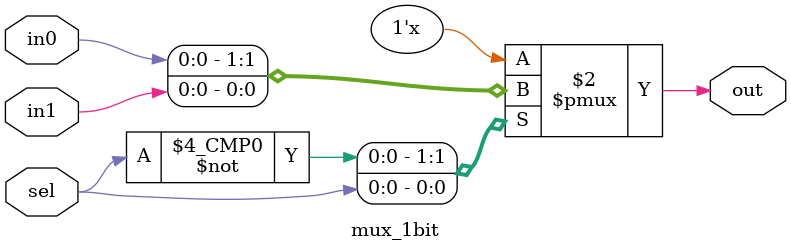
<source format=sv>
`timescale 1ns / 1ps
`include "cpu.svh"

module mux
    #(parameter N = 2)  // Data width (default 2 bits for backward compatibility)
    (
        input logic [1:0] sel,      // 2-bit select signal (00, 01, 10, 11)
        input logic [N-1:0] in0,     // Input 0 (selected when sel = 00)
        input logic [N-1:0] in1,     // Input 1 (selected when sel = 01)
        input logic [N-1:0] in2,     // Input 2 (selected when sel = 10)
        input logic [N-1:0] in3,     // Input 3 (selected when sel = 11)
        output logic [N-1:0] out     // Selected output
    );

    always_comb begin
        case (sel)
            2'b00: out = in0;
            2'b01: out = in1;
            2'b10: out = in2;
            2'b11: out = in3;
            default: out = '0; // Default case (shouldn't happen)
        endcase
    end

endmodule

// 2-to-1 multiplexer with parameterized data width
// Selects one of two inputs based on 1-bit select signal
module mux_1bit
    #(parameter N = 1)  // Data width (default 1 bit for backward compatibility)
    (
        input logic sel,      // 1-bit select signal (0 or 1)
        input logic [N-1:0] in0,     // Input 0 (selected when sel = 0)
        input logic [N-1:0] in1,     // Input 1 (selected when sel = 1)
        output logic [N-1:0] out     // Selected output
    );

    always_comb begin
        case (sel)
            1'b0: out = in0;
            1'b1: out = in1;
            default: out = '0; // Default case (shouldn't happen)
        endcase
    end

endmodule


</source>
